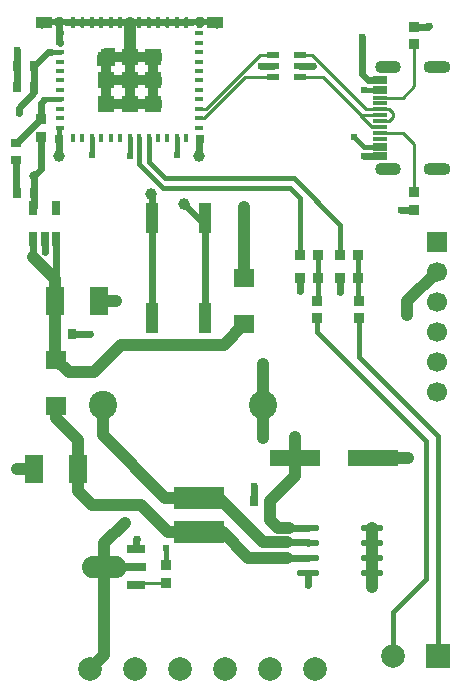
<source format=gtl>
G04 Layer: TopLayer*
G04 EasyEDA v6.5.50, 2025-07-26 23:48:56*
G04 e0526752ecbe4abb82186a7948a353df,5db155e37078497989a25cdeaf243bf5,10*
G04 Gerber Generator version 0.2*
G04 Scale: 100 percent, Rotated: No, Reflected: No *
G04 Dimensions in millimeters *
G04 leading zeros omitted , absolute positions ,4 integer and 5 decimal *
%FSLAX45Y45*%
%MOMM*%

%AMMACRO1*21,1,$1,$2,0,0,$3*%
%AMMACRO2*4,1,5,-0.725,0.125,-0.125,0.725,0.725,0.725,0.725,-0.725,-0.725,-0.725,-0.725,0.125,0*%
%AMMACRO3*4,1,8,0.605,0.3,-0.605,0.3,-0.605,0,-0.605,0,-0.605,-0.3,0.605,-0.3,0.605,0,0.605,0,0.605,0.3,0*%
%ADD10C,0.2540*%
%ADD11C,0.4000*%
%ADD12C,0.6000*%
%ADD13C,1.0000*%
%ADD14C,0.6200*%
%ADD15R,4.2000X1.4000*%
%ADD16R,0.8000X0.9000*%
%ADD17R,1.6800X1.5200*%
%ADD18R,1.0720X0.5320*%
%ADD19R,4.2000X1.9500*%
%ADD20MACRO1,0.672X1.575X90.0000*%
%ADD21MACRO1,0.864X0.8065X0.0000*%
%ADD22R,0.8640X0.8065*%
%ADD23R,0.8000X0.4000*%
%ADD24R,0.4000X0.8000*%
%ADD25R,0.7000X0.7000*%
%ADD26MACRO2*%
%ADD27R,1.4500X1.4500*%
%ADD28O,1.950212X0.5684012*%
%ADD29MACRO1,0.6223X1.1049X0.0000*%
%ADD30R,1.2100X0.3000*%
%ADD31MACRO3*%
%ADD32MACRO1,2.376X1.5063X-90.0000*%
%ADD33MACRO1,2.376X1.5063X90.0000*%
%ADD34MACRO1,0.864X0.8065X90.0000*%
%ADD35MACRO1,0.864X0.8065X-90.0000*%
%ADD36R,0.9000X0.8000*%
%ADD37R,1.1000X2.5000*%
%ADD38R,1.7000X1.7000*%
%ADD39C,1.7000*%
%ADD40O,2.1999956000000003X1.0999978000000001*%
%ADD41O,2.2999954X1.0999978000000001*%
%ADD42C,2.4000*%
%ADD43C,2.0000*%
%ADD44R,2.0000X2.0000*%
%ADD45C,0.6200*%
%ADD46C,0.8000*%
%ADD47C,0.0153*%

%LPD*%
G36*
X290169Y5869990D02*
G01*
X286258Y5870752D01*
X282956Y5872988D01*
X280771Y5876239D01*
X280009Y5880150D01*
X280009Y5959805D01*
X280771Y5963716D01*
X282956Y5967018D01*
X286258Y5969203D01*
X290169Y5969965D01*
X403910Y5969965D01*
X407822Y5969203D01*
X411124Y5967018D01*
X413308Y5963716D01*
X414070Y5959805D01*
X414070Y5948832D01*
X451154Y5948832D01*
X451154Y5959805D01*
X451916Y5963716D01*
X454101Y5967018D01*
X457403Y5969203D01*
X461314Y5969965D01*
X488696Y5969965D01*
X492556Y5969203D01*
X495858Y5967018D01*
X498093Y5963716D01*
X498856Y5959805D01*
X498856Y5948832D01*
X546049Y5948832D01*
X549605Y5948172D01*
X552754Y5946343D01*
X573633Y5946343D01*
X573633Y5959805D01*
X574446Y5963716D01*
X576630Y5967018D01*
X579932Y5969203D01*
X583793Y5969965D01*
X596188Y5969965D01*
X600100Y5969203D01*
X603351Y5967018D01*
X605586Y5963716D01*
X606348Y5959805D01*
X606348Y5946343D01*
X653643Y5946343D01*
X653643Y5959805D01*
X654405Y5963716D01*
X656640Y5967018D01*
X659942Y5969203D01*
X663803Y5969965D01*
X676198Y5969965D01*
X680059Y5969203D01*
X683361Y5967018D01*
X685596Y5963716D01*
X686358Y5959805D01*
X686358Y5946343D01*
X733653Y5946343D01*
X733653Y5959805D01*
X734415Y5963716D01*
X736600Y5967018D01*
X739902Y5969203D01*
X743813Y5969965D01*
X756208Y5969965D01*
X760069Y5969203D01*
X763371Y5967018D01*
X765556Y5963716D01*
X766368Y5959805D01*
X766368Y5946343D01*
X813663Y5946343D01*
X813663Y5959805D01*
X814425Y5963716D01*
X816610Y5967018D01*
X819912Y5969203D01*
X823823Y5969965D01*
X836168Y5969965D01*
X840079Y5969203D01*
X843381Y5967018D01*
X845566Y5963716D01*
X846328Y5959805D01*
X846328Y5946343D01*
X893673Y5946343D01*
X893673Y5959805D01*
X894435Y5963716D01*
X896619Y5967018D01*
X899921Y5969203D01*
X903833Y5969965D01*
X916178Y5969965D01*
X920089Y5969203D01*
X923391Y5967018D01*
X925576Y5963716D01*
X926337Y5959805D01*
X926337Y5946343D01*
X973632Y5946343D01*
X973632Y5959805D01*
X974445Y5963716D01*
X976630Y5967018D01*
X979932Y5969203D01*
X983792Y5969965D01*
X996187Y5969965D01*
X1000099Y5969203D01*
X1003350Y5967018D01*
X1005586Y5963716D01*
X1006348Y5959805D01*
X1006348Y5946343D01*
X1053642Y5946343D01*
X1053642Y5959805D01*
X1054404Y5963716D01*
X1056640Y5967018D01*
X1059942Y5969203D01*
X1063802Y5969965D01*
X1076198Y5969965D01*
X1080058Y5969203D01*
X1083360Y5967018D01*
X1085596Y5963716D01*
X1086358Y5959805D01*
X1086358Y5946343D01*
X1133652Y5946343D01*
X1133652Y5959805D01*
X1134414Y5963716D01*
X1136599Y5967018D01*
X1139901Y5969203D01*
X1143812Y5969965D01*
X1156208Y5969965D01*
X1160068Y5969203D01*
X1163370Y5967018D01*
X1165555Y5963716D01*
X1166368Y5959805D01*
X1166368Y5946343D01*
X1213662Y5946343D01*
X1213662Y5959805D01*
X1214424Y5963716D01*
X1216609Y5967018D01*
X1219911Y5969203D01*
X1223822Y5969965D01*
X1236167Y5969965D01*
X1240078Y5969203D01*
X1243380Y5967018D01*
X1245565Y5963716D01*
X1246327Y5959805D01*
X1246327Y5946343D01*
X1293672Y5946343D01*
X1293672Y5959805D01*
X1294434Y5963716D01*
X1296619Y5967018D01*
X1299921Y5969203D01*
X1303832Y5969965D01*
X1316177Y5969965D01*
X1320088Y5969203D01*
X1323390Y5967018D01*
X1325575Y5963716D01*
X1326337Y5959805D01*
X1326337Y5946343D01*
X1373632Y5946343D01*
X1373632Y5959805D01*
X1374444Y5963716D01*
X1376629Y5967018D01*
X1379931Y5969203D01*
X1383792Y5969965D01*
X1396187Y5969965D01*
X1400098Y5969203D01*
X1403350Y5967018D01*
X1405585Y5963716D01*
X1406347Y5959805D01*
X1406347Y5946343D01*
X1453642Y5946343D01*
X1453642Y5959805D01*
X1454404Y5963716D01*
X1456639Y5967018D01*
X1459941Y5969203D01*
X1463802Y5969965D01*
X1476197Y5969965D01*
X1480058Y5969203D01*
X1483360Y5967018D01*
X1485595Y5963716D01*
X1486357Y5959805D01*
X1486357Y5946343D01*
X1533652Y5946343D01*
X1533652Y5959805D01*
X1534414Y5963716D01*
X1536598Y5967018D01*
X1539900Y5969203D01*
X1543812Y5969965D01*
X1556207Y5969965D01*
X1560068Y5969203D01*
X1563370Y5967018D01*
X1565554Y5963716D01*
X1566367Y5959805D01*
X1566367Y5946343D01*
X1587246Y5946343D01*
X1590344Y5948172D01*
X1593951Y5948832D01*
X1641144Y5948832D01*
X1641144Y5959805D01*
X1641906Y5963716D01*
X1644142Y5967018D01*
X1647443Y5969203D01*
X1651304Y5969965D01*
X1678686Y5969965D01*
X1682597Y5969203D01*
X1685848Y5967018D01*
X1688084Y5963716D01*
X1688846Y5959805D01*
X1688846Y5948832D01*
X1725930Y5948832D01*
X1725930Y5959805D01*
X1726692Y5963716D01*
X1728876Y5967018D01*
X1732178Y5969203D01*
X1736089Y5969965D01*
X1849831Y5969965D01*
X1853742Y5969203D01*
X1857044Y5967018D01*
X1859229Y5963716D01*
X1859991Y5959805D01*
X1859991Y5880150D01*
X1859229Y5876239D01*
X1857044Y5872988D01*
X1853742Y5870752D01*
X1849831Y5869990D01*
X1734515Y5869990D01*
X1730756Y5870702D01*
X1727504Y5872784D01*
X1725269Y5875934D01*
X1724355Y5879693D01*
X1725218Y5884214D01*
X1725930Y5890564D01*
X1725930Y5901131D01*
X1688846Y5901131D01*
X1688846Y5886043D01*
X1688084Y5882182D01*
X1685848Y5878880D01*
X1682597Y5876645D01*
X1678686Y5875883D01*
X1651304Y5875883D01*
X1647443Y5876645D01*
X1644142Y5878880D01*
X1641906Y5882182D01*
X1641144Y5886043D01*
X1641144Y5901131D01*
X1615846Y5901131D01*
X1613814Y5897270D01*
X1610360Y5894578D01*
X1606042Y5893612D01*
X1566367Y5893612D01*
X1566367Y5880150D01*
X1565554Y5876239D01*
X1563370Y5872988D01*
X1560068Y5870752D01*
X1556207Y5869990D01*
X1543812Y5869990D01*
X1539900Y5870752D01*
X1536598Y5872988D01*
X1534414Y5876239D01*
X1533652Y5880150D01*
X1533652Y5893612D01*
X1486357Y5893612D01*
X1486357Y5880150D01*
X1485595Y5876239D01*
X1483360Y5872988D01*
X1480058Y5870752D01*
X1476197Y5869990D01*
X1463802Y5869990D01*
X1459941Y5870752D01*
X1456639Y5872988D01*
X1454404Y5876239D01*
X1453642Y5880150D01*
X1453642Y5893612D01*
X1406347Y5893612D01*
X1406347Y5880150D01*
X1405585Y5876239D01*
X1403350Y5872988D01*
X1400098Y5870752D01*
X1396187Y5869990D01*
X1383792Y5869990D01*
X1379931Y5870752D01*
X1376629Y5872988D01*
X1374444Y5876239D01*
X1373632Y5880150D01*
X1373632Y5893612D01*
X1326337Y5893612D01*
X1326337Y5880150D01*
X1325575Y5876239D01*
X1323390Y5872988D01*
X1320088Y5870752D01*
X1316177Y5869990D01*
X1303832Y5869990D01*
X1299921Y5870752D01*
X1296619Y5872988D01*
X1294434Y5876239D01*
X1293672Y5880150D01*
X1293672Y5893612D01*
X1246327Y5893612D01*
X1246327Y5880150D01*
X1245565Y5876239D01*
X1243380Y5872988D01*
X1240078Y5870752D01*
X1236167Y5869990D01*
X1223822Y5869990D01*
X1219911Y5870752D01*
X1216609Y5872988D01*
X1214424Y5876239D01*
X1213662Y5880150D01*
X1213662Y5893612D01*
X1166368Y5893612D01*
X1166368Y5880150D01*
X1165555Y5876239D01*
X1163370Y5872988D01*
X1160068Y5870752D01*
X1156208Y5869990D01*
X1143812Y5869990D01*
X1139901Y5870752D01*
X1136599Y5872988D01*
X1134414Y5876239D01*
X1133652Y5880150D01*
X1133652Y5893612D01*
X1086358Y5893612D01*
X1086358Y5880150D01*
X1085596Y5876239D01*
X1083360Y5872988D01*
X1080058Y5870752D01*
X1076198Y5869990D01*
X1063802Y5869990D01*
X1059942Y5870752D01*
X1056640Y5872988D01*
X1054404Y5876239D01*
X1053642Y5880150D01*
X1053642Y5893612D01*
X1006348Y5893612D01*
X1006348Y5880150D01*
X1005586Y5876239D01*
X1003350Y5872988D01*
X1000099Y5870752D01*
X996187Y5869990D01*
X983792Y5869990D01*
X979932Y5870752D01*
X976630Y5872988D01*
X974445Y5876239D01*
X973632Y5880150D01*
X973632Y5893612D01*
X926337Y5893612D01*
X926337Y5880150D01*
X925576Y5876239D01*
X923391Y5872988D01*
X920089Y5870752D01*
X916178Y5869990D01*
X903833Y5869990D01*
X899921Y5870752D01*
X896619Y5872988D01*
X894435Y5876239D01*
X893673Y5880150D01*
X893673Y5893612D01*
X846328Y5893612D01*
X846328Y5880150D01*
X845566Y5876239D01*
X843381Y5872988D01*
X840079Y5870752D01*
X836168Y5869990D01*
X823823Y5869990D01*
X819912Y5870752D01*
X816610Y5872988D01*
X814425Y5876239D01*
X813663Y5880150D01*
X813663Y5893612D01*
X766368Y5893612D01*
X766368Y5880150D01*
X765556Y5876239D01*
X763371Y5872988D01*
X760069Y5870752D01*
X756208Y5869990D01*
X743813Y5869990D01*
X739902Y5870752D01*
X736600Y5872988D01*
X734415Y5876239D01*
X733653Y5880150D01*
X733653Y5893612D01*
X686358Y5893612D01*
X686358Y5880150D01*
X685596Y5876239D01*
X683361Y5872988D01*
X680059Y5870752D01*
X676198Y5869990D01*
X663803Y5869990D01*
X659942Y5870752D01*
X656640Y5872988D01*
X654405Y5876239D01*
X653643Y5880150D01*
X653643Y5893612D01*
X606348Y5893612D01*
X606348Y5880150D01*
X605586Y5876239D01*
X603351Y5872988D01*
X600100Y5870752D01*
X596188Y5869990D01*
X583793Y5869990D01*
X579932Y5870752D01*
X576630Y5872988D01*
X574446Y5876239D01*
X573633Y5880150D01*
X573633Y5893612D01*
X533908Y5893612D01*
X529640Y5894578D01*
X526135Y5897270D01*
X524103Y5901131D01*
X498856Y5901131D01*
X498856Y5895848D01*
X502716Y5893816D01*
X505409Y5890361D01*
X506374Y5886043D01*
X506374Y5880150D01*
X505561Y5876239D01*
X503377Y5872988D01*
X500075Y5870752D01*
X496214Y5869990D01*
X461314Y5869990D01*
X457403Y5870752D01*
X454101Y5872988D01*
X451916Y5876239D01*
X451154Y5880150D01*
X451154Y5901131D01*
X414070Y5901131D01*
X414070Y5890564D01*
X415594Y5879693D01*
X414731Y5875934D01*
X412496Y5872784D01*
X409244Y5870702D01*
X405485Y5869990D01*
G37*

%LPD*%
G36*
X840028Y5160010D02*
G01*
X836168Y5160772D01*
X832866Y5162956D01*
X830630Y5166258D01*
X829868Y5170170D01*
X829868Y5189880D01*
X810158Y5189880D01*
X806246Y5190642D01*
X802995Y5192877D01*
X800760Y5196128D01*
X799998Y5200040D01*
X799998Y5264912D01*
X800760Y5268823D01*
X802995Y5272125D01*
X806246Y5274310D01*
X810158Y5275072D01*
X829868Y5275072D01*
X829868Y5387390D01*
X810158Y5387390D01*
X806246Y5388152D01*
X802995Y5390337D01*
X800760Y5393639D01*
X799998Y5397550D01*
X799998Y5462422D01*
X800760Y5466334D01*
X802995Y5469585D01*
X806246Y5471820D01*
X810158Y5472582D01*
X829868Y5472582D01*
X829868Y5584901D01*
X810158Y5584901D01*
X806246Y5585663D01*
X802995Y5587847D01*
X800760Y5591149D01*
X799998Y5595061D01*
X799998Y5659932D01*
X800760Y5663793D01*
X802995Y5667095D01*
X806246Y5669330D01*
X810158Y5670092D01*
X829868Y5670092D01*
X829868Y5689803D01*
X830681Y5693714D01*
X832866Y5697016D01*
X836168Y5699201D01*
X840028Y5699963D01*
X904900Y5699963D01*
X908812Y5699201D01*
X912114Y5697016D01*
X914298Y5693714D01*
X915060Y5689803D01*
X915060Y5670092D01*
X1027379Y5670092D01*
X1027379Y5689803D01*
X1028141Y5693714D01*
X1030376Y5697016D01*
X1033678Y5699201D01*
X1037539Y5699963D01*
X1102410Y5699963D01*
X1106322Y5699201D01*
X1109624Y5697016D01*
X1111808Y5693714D01*
X1112570Y5689803D01*
X1112570Y5670092D01*
X1224889Y5670092D01*
X1224889Y5689803D01*
X1225651Y5693714D01*
X1227886Y5697016D01*
X1231138Y5699201D01*
X1235049Y5699963D01*
X1299921Y5699963D01*
X1303832Y5699201D01*
X1307134Y5697016D01*
X1309319Y5693714D01*
X1310081Y5689803D01*
X1310081Y5670092D01*
X1329842Y5670092D01*
X1333703Y5669330D01*
X1337005Y5667095D01*
X1339240Y5663793D01*
X1340002Y5659932D01*
X1340002Y5595061D01*
X1339240Y5591149D01*
X1337005Y5587847D01*
X1333703Y5585663D01*
X1329842Y5584901D01*
X1310081Y5584901D01*
X1310081Y5472582D01*
X1329842Y5472582D01*
X1333703Y5471820D01*
X1337005Y5469585D01*
X1339240Y5466334D01*
X1340002Y5462422D01*
X1340002Y5397550D01*
X1339240Y5393639D01*
X1337005Y5390337D01*
X1333703Y5388152D01*
X1329842Y5387390D01*
X1310081Y5387390D01*
X1310081Y5275072D01*
X1329842Y5275072D01*
X1333703Y5274310D01*
X1337005Y5272125D01*
X1339240Y5268823D01*
X1340002Y5264912D01*
X1340002Y5200040D01*
X1339240Y5196128D01*
X1337005Y5192877D01*
X1333703Y5190642D01*
X1329842Y5189880D01*
X1310081Y5189880D01*
X1310081Y5170170D01*
X1309319Y5166258D01*
X1307134Y5162956D01*
X1303832Y5160772D01*
X1299921Y5160010D01*
X1235049Y5160010D01*
X1231138Y5160772D01*
X1227886Y5162956D01*
X1225651Y5166258D01*
X1224889Y5170170D01*
X1224889Y5189880D01*
X1112570Y5189880D01*
X1112570Y5170170D01*
X1111808Y5166258D01*
X1109624Y5162956D01*
X1106322Y5160772D01*
X1102410Y5160010D01*
X1037539Y5160010D01*
X1033678Y5160772D01*
X1030376Y5162956D01*
X1028141Y5166258D01*
X1027379Y5170170D01*
X1027379Y5189880D01*
X915060Y5189880D01*
X915060Y5170170D01*
X914298Y5166258D01*
X912114Y5162956D01*
X908812Y5160772D01*
X904900Y5160010D01*
G37*

%LPC*%
G36*
X915060Y5275072D02*
G01*
X1027379Y5275072D01*
X1027379Y5387390D01*
X915060Y5387390D01*
G37*
G36*
X1112570Y5275072D02*
G01*
X1224889Y5275072D01*
X1224889Y5387390D01*
X1112570Y5387390D01*
G37*
G36*
X1112570Y5472582D02*
G01*
X1224889Y5472582D01*
X1224889Y5584901D01*
X1112570Y5584901D01*
G37*
G36*
X915060Y5472582D02*
G01*
X1027379Y5472582D01*
X1027379Y5584901D01*
X915060Y5584901D01*
G37*

%LPD*%
D10*
X1125626Y1160018D02*
G01*
X1140259Y1174650D01*
X1380009Y1174650D01*
D11*
X1069997Y4789990D02*
G01*
X1069997Y4939997D01*
X1379997Y1469997D02*
G01*
X1379997Y1325333D01*
D12*
X2579484Y1386497D02*
G01*
X2575984Y1389997D01*
X2399995Y1389997D01*
X2579370Y1513586D02*
G01*
X2579370Y1519936D01*
X2400045Y1519936D01*
D13*
X737514Y449986D02*
G01*
X854384Y566856D01*
X854384Y1309971D01*
X854387Y1309971D02*
G01*
X854387Y1509064D01*
X1030005Y1684682D01*
X1030008Y1835330D02*
G01*
X1164661Y1835330D01*
X1397505Y1602486D01*
X1659991Y1602486D01*
X1659991Y1897484D02*
G01*
X1372511Y1897484D01*
X840003Y2429992D01*
X840003Y2680004D01*
X1029995Y1835330D02*
G01*
X754664Y1835330D01*
X636066Y1953928D01*
X636066Y2383929D01*
X450011Y2569984D01*
X450011Y2673502D01*
D12*
X255023Y4089991D02*
G01*
X249999Y4084967D01*
X249999Y3936052D01*
X350012Y4089907D02*
G01*
X350012Y3979926D01*
D11*
X480060Y5670042D02*
G01*
X400050Y5670042D01*
D13*
X450011Y3066491D02*
G01*
X433933Y3082571D01*
X433933Y3559987D01*
X433933Y3559987D02*
G01*
X433933Y3752118D01*
X249999Y3936050D01*
D12*
X445007Y4089907D02*
G01*
X443992Y3742181D01*
D13*
X1659889Y1602486D02*
G01*
X1857502Y1602486D01*
X2070100Y1389887D01*
X2400045Y1389887D01*
X2119995Y1599996D02*
G01*
X2199995Y1519996D01*
X2399995Y1519996D01*
X1659991Y1897481D02*
G01*
X1822508Y1897481D01*
X2119995Y1599994D01*
D11*
X3049981Y5349976D02*
G01*
X3192343Y5349976D01*
X3192350Y5349968D01*
X2659989Y3565321D02*
G01*
X2665326Y3570658D01*
X2665326Y3759987D01*
D13*
X3120504Y1640497D02*
G01*
X3120504Y1259497D01*
X3119881Y1139952D02*
G01*
X3120390Y1259586D01*
X3429993Y2229995D02*
G01*
X3126696Y2229985D01*
X119999Y2139995D02*
G01*
X263933Y2140003D01*
X2200026Y2680004D02*
G01*
X2200026Y3029960D01*
X2199995Y3029991D01*
X2199995Y2399995D02*
G01*
X2200026Y2400025D01*
X2200026Y2680004D01*
X949998Y3559992D02*
G01*
X806069Y3559997D01*
D11*
X480006Y5029989D02*
G01*
X475002Y5024986D01*
X475002Y4934993D01*
D12*
X2619994Y5549988D02*
G01*
X2514904Y5549988D01*
X2179995Y5549988D02*
G01*
X2285085Y5549988D01*
X2849994Y3639992D02*
G01*
X2854657Y3644656D01*
X2854657Y3759992D01*
X2514658Y3759992D02*
G01*
X2509994Y3755329D01*
X2509994Y3649992D01*
X3479993Y4334654D02*
G01*
X3475329Y4329991D01*
X3369993Y4329991D01*
X3192350Y4789975D02*
G01*
X3049993Y4789990D01*
D11*
X2969996Y4949977D02*
G01*
X3049988Y4869985D01*
X3192350Y4869985D01*
D12*
X3192018Y5430012D02*
G01*
X3089909Y5430012D01*
X3039872Y5480050D01*
X3039872Y5690107D01*
X3039872Y5690107D02*
G01*
X3039872Y5800089D01*
X3599992Y5889988D02*
G01*
X3595329Y5885324D01*
X3479993Y5885324D01*
X480006Y5749978D02*
G01*
X475002Y5754982D01*
X475002Y5924984D01*
X1129995Y1549984D02*
G01*
X1125636Y1545625D01*
X1125636Y1460009D01*
X2119995Y1999995D02*
G01*
X2119993Y1869996D01*
X579991Y3279988D02*
G01*
X729998Y3279993D01*
X1664990Y4934991D02*
G01*
X1659991Y4929992D01*
X1659991Y4789982D01*
D13*
X1069997Y5919980D02*
G01*
X1069997Y5627474D01*
D10*
X3192277Y5184899D02*
G01*
X3074926Y5184899D01*
X2614846Y5644984D01*
X2514904Y5644984D01*
X3192350Y5034958D02*
G01*
X3124045Y5034958D01*
X3024045Y5134957D01*
X3192272Y5085079D02*
G01*
X3264915Y5085079D01*
X3299968Y5119878D01*
X3299968Y5150104D01*
X3264915Y5184902D01*
X3192272Y5184902D01*
X1659889Y5189981D02*
G01*
X1720087Y5189981D01*
X2175002Y5644895D01*
X2284984Y5644895D01*
X3192272Y5284978D02*
G01*
X3385058Y5284978D01*
X3480054Y5379973D01*
X3480054Y5734557D01*
X3192350Y4984973D02*
G01*
X3385009Y4984973D01*
X3480003Y4889980D01*
X3480003Y4485335D01*
D12*
X255023Y4349986D02*
G01*
X259994Y4354956D01*
X259994Y4479975D01*
X110009Y4619978D02*
G01*
X110009Y4489980D01*
X120014Y4479975D01*
D11*
X750008Y4939997D02*
G01*
X749998Y4799990D01*
D12*
X475002Y4934991D02*
G01*
X470001Y4929990D01*
X470001Y4789982D01*
D11*
X3010001Y3414648D02*
G01*
X3010001Y3089986D01*
X3680495Y2419492D01*
X3680495Y559996D01*
X2659989Y3414648D02*
G01*
X2659989Y3300006D01*
X3579997Y2379997D01*
X3579997Y1209997D01*
X3299495Y929500D01*
X3299495Y559996D01*
D12*
X110009Y4899992D02*
G01*
X315340Y5105323D01*
X319989Y5105323D01*
X109999Y4759987D02*
G01*
X109999Y4619990D01*
X259999Y4619990D02*
G01*
X259986Y4479978D01*
X259996Y4619990D02*
G01*
X319989Y4679983D01*
X319989Y4954651D01*
X319989Y5105323D02*
G01*
X319989Y5239999D01*
X336115Y5256126D01*
D11*
X336118Y5269992D02*
G01*
X480009Y5269992D01*
D14*
X259996Y5369991D02*
G01*
X259996Y5549999D01*
X259994Y5550001D01*
X380034Y5670042D01*
X400050Y5670042D01*
X130047Y5149850D02*
G01*
X130047Y5199887D01*
X260095Y5329936D01*
X260095Y5370068D01*
D11*
X2514650Y3949979D02*
G01*
X2514650Y4435294D01*
X2430015Y4519929D01*
X1350007Y4519929D01*
X1150112Y4720084D01*
X1150112Y4940045D01*
X2665323Y3759987D02*
G01*
X2665326Y3759989D01*
X2665326Y3949979D01*
X3009900Y3565397D02*
G01*
X3005327Y3569970D01*
X3005327Y3664712D01*
X3005327Y3759962D01*
X3005327Y3759987D02*
G01*
X3005327Y3949974D01*
X3005322Y3949979D01*
D14*
X119999Y5689988D02*
G01*
X120007Y5549991D01*
D12*
X120014Y5550001D02*
G01*
X120014Y5369994D01*
X120017Y5369991D01*
D11*
X1469999Y4939995D02*
G01*
X1469999Y4819990D01*
D13*
X450087Y3066542D02*
G01*
X556511Y2960115D01*
X770130Y2960115D01*
X1000008Y3189993D01*
X1866501Y3189993D01*
X2040000Y3363493D01*
X2039995Y4359991D02*
G01*
X2039874Y4359910D01*
X2039874Y3756405D01*
D12*
X1255011Y4264992D02*
G01*
X1255011Y4464992D01*
X1250010Y4469993D01*
X1255003Y4264985D02*
G01*
X1255003Y3414999D01*
X1529994Y4380001D02*
G01*
X1704987Y4205008D01*
X1704990Y3414999D01*
D10*
X1659889Y5109971D02*
G01*
X1700021Y5109971D01*
X2044954Y5454904D01*
X2284984Y5454904D01*
X3192350Y5134960D02*
G01*
X3025018Y5134960D01*
X2704998Y5454980D01*
X2514904Y5454980D01*
D12*
X2579624Y1259586D02*
G01*
X2579877Y1160018D01*
D11*
X2854706Y3949954D02*
G01*
X2854706Y4205223D01*
X2459990Y4599939D01*
X2183129Y4599939D01*
X1370076Y4599939D01*
X1229868Y4739894D01*
X1229868Y4940045D01*
D13*
X2473281Y2229985D02*
G01*
X2469995Y2233272D01*
X2469995Y2409995D01*
X2259998Y1869996D02*
G01*
X2473281Y2083280D01*
X2473281Y2229985D01*
X3419983Y3439998D02*
G01*
X3419983Y3560965D01*
X3670002Y3810985D01*
D12*
X2579370Y1640586D02*
G01*
X2420111Y1640078D01*
D13*
X2259998Y1869996D02*
G01*
X2259995Y1709996D01*
X2329914Y1640078D01*
X2420111Y1640078D01*
D15*
G01*
X2473274Y2229993D03*
G01*
X3126714Y2229993D03*
D16*
G01*
X2119985Y1869998D03*
G01*
X2259990Y1869998D03*
G01*
X580009Y3280003D03*
G01*
X440004Y3280003D03*
G01*
X119989Y4480001D03*
G01*
X259994Y4480001D03*
G01*
X119989Y5369991D03*
G01*
X259994Y5369991D03*
G01*
X119989Y5550001D03*
G01*
X259969Y5550001D03*
D17*
G01*
X450011Y2673502D03*
G01*
X450011Y3066491D03*
D18*
G01*
X2514904Y5454980D03*
G01*
X2514904Y5549976D03*
G01*
X2514904Y5644972D03*
G01*
X2285085Y5644972D03*
G01*
X2285085Y5549976D03*
G01*
X2285085Y5454980D03*
D19*
G01*
X1659991Y1602486D03*
G01*
X1659991Y1897506D03*
D20*
G01*
X1125628Y1160010D03*
G01*
X1125628Y1460009D03*
G36*
X761677Y1404980D02*
G01*
X947097Y1404980D01*
X951550Y1404873D01*
X955992Y1404561D01*
X960417Y1404040D01*
X964811Y1403314D01*
X969167Y1402379D01*
X973472Y1401244D01*
X977722Y1399908D01*
X981903Y1398374D01*
X986007Y1396644D01*
X990028Y1394726D01*
X993952Y1392621D01*
X997775Y1390332D01*
X1001486Y1387868D01*
X1005078Y1385234D01*
X1008540Y1382435D01*
X1011869Y1379473D01*
X1015055Y1376362D01*
X1018092Y1373103D01*
X1020973Y1369707D01*
X1023691Y1366179D01*
X1026241Y1362527D01*
X1028616Y1358760D01*
X1030813Y1354884D01*
X1032827Y1350911D01*
X1034651Y1342981D01*
X1204384Y1342981D01*
X1204384Y1276982D01*
X1034651Y1276982D01*
X1032827Y1269047D01*
X1030813Y1265074D01*
X1028616Y1261198D01*
X1026241Y1257432D01*
X1023691Y1253779D01*
X1020973Y1250251D01*
X1018092Y1246855D01*
X1015055Y1243596D01*
X1011869Y1240485D01*
X1008540Y1237523D01*
X1005078Y1234724D01*
X1001486Y1232090D01*
X997775Y1229626D01*
X993952Y1227338D01*
X990028Y1225232D01*
X986007Y1223314D01*
X981903Y1221585D01*
X977722Y1220050D01*
X973472Y1218714D01*
X969167Y1217579D01*
X964811Y1216644D01*
X960417Y1215918D01*
X955992Y1215397D01*
X951550Y1215085D01*
X947097Y1214978D01*
X761677Y1214978D01*
X757224Y1215085D01*
X752782Y1215397D01*
X748357Y1215918D01*
X743963Y1216644D01*
X739607Y1217579D01*
X735302Y1218714D01*
X731052Y1220050D01*
X726871Y1221585D01*
X722767Y1223314D01*
X718746Y1225232D01*
X714822Y1227338D01*
X710999Y1229626D01*
X707288Y1232090D01*
X703696Y1234724D01*
X700234Y1237523D01*
X696904Y1240485D01*
X693719Y1243596D01*
X690681Y1246855D01*
X687801Y1250251D01*
X685083Y1253779D01*
X682533Y1257432D01*
X680158Y1261198D01*
X677961Y1265074D01*
X675947Y1269047D01*
X674123Y1273111D01*
X672490Y1277254D01*
X671055Y1281470D01*
X669818Y1285750D01*
X668784Y1290083D01*
X667953Y1294457D01*
X667329Y1298869D01*
X666912Y1303304D01*
X666704Y1307752D01*
X666704Y1312207D01*
X666912Y1316654D01*
X667329Y1321089D01*
X667953Y1325501D01*
X668784Y1329875D01*
X669818Y1334208D01*
X671055Y1338488D01*
X672490Y1342704D01*
X674123Y1346847D01*
X675947Y1350911D01*
X677961Y1354884D01*
X680158Y1358760D01*
X682533Y1362527D01*
X685083Y1366179D01*
X687801Y1369707D01*
X690681Y1373103D01*
X693719Y1376362D01*
X696904Y1379473D01*
X700234Y1382435D01*
X703696Y1385234D01*
X707288Y1387868D01*
X710999Y1390332D01*
X714822Y1392621D01*
X718746Y1394726D01*
X722767Y1396644D01*
X726871Y1398374D01*
X731052Y1399908D01*
X735302Y1401244D01*
X739607Y1402379D01*
X743963Y1403314D01*
X748357Y1404040D01*
X752782Y1404561D01*
X757224Y1404873D01*
X761677Y1404980D01*
G37*
D21*
G01*
X1379997Y1325322D03*
D22*
G01*
X1380007Y1174673D03*
D21*
G01*
X3479993Y4485316D03*
D22*
G01*
X3480003Y4334662D03*
D21*
G01*
X3479993Y5885313D03*
D22*
G01*
X3480003Y5734659D03*
D23*
G01*
X480009Y5829985D03*
G01*
X480009Y5749975D03*
G01*
X480009Y5669991D03*
G01*
X480009Y5589981D03*
G01*
X480009Y5509996D03*
G01*
X480009Y5429986D03*
G01*
X480009Y5349976D03*
G01*
X480009Y5269992D03*
G01*
X480009Y5189981D03*
G01*
X480009Y5109997D03*
G01*
X480009Y5029987D03*
D24*
G01*
X589991Y4939995D03*
G01*
X670001Y4939995D03*
G01*
X750011Y4939995D03*
G01*
X829995Y4939995D03*
G01*
X910005Y4939995D03*
G01*
X989990Y4939995D03*
G01*
X1070000Y4939995D03*
G01*
X1149985Y4939995D03*
G01*
X1229995Y4939995D03*
G01*
X1310004Y4939995D03*
G01*
X1389989Y4939995D03*
G01*
X1469999Y4939995D03*
G01*
X1550009Y4939995D03*
D23*
G01*
X1659991Y5029987D03*
G01*
X1659991Y5109997D03*
G01*
X1659991Y5189981D03*
G01*
X1659991Y5269992D03*
G01*
X1659991Y5349976D03*
G01*
X1659991Y5429986D03*
G01*
X1659991Y5509996D03*
G01*
X1659991Y5589981D03*
G01*
X1659991Y5669991D03*
G01*
X1659991Y5749975D03*
G01*
X1659991Y5829985D03*
D24*
G01*
X1550009Y5919978D03*
G01*
X1469999Y5919978D03*
G01*
X1389989Y5919978D03*
G01*
X1310004Y5919978D03*
G01*
X1229995Y5919978D03*
G01*
X1149985Y5919978D03*
G01*
X1070000Y5919978D03*
G01*
X989990Y5919978D03*
G01*
X910005Y5919978D03*
G01*
X829995Y5919978D03*
G01*
X750011Y5919978D03*
G01*
X670001Y5919978D03*
G01*
X589991Y5919978D03*
D25*
G01*
X1664995Y5924981D03*
G01*
X1664995Y4934991D03*
G01*
X475005Y4934991D03*
G01*
X475005Y5924981D03*
D26*
G01*
X872484Y5627484D03*
D27*
G01*
X1267485Y5232476D03*
G01*
X1069975Y5232476D03*
G01*
X872489Y5232476D03*
G01*
X872489Y5429986D03*
G01*
X1069975Y5627471D03*
G01*
X1267485Y5627471D03*
G01*
X1267485Y5429986D03*
G01*
X1069975Y5429986D03*
D28*
G01*
X2579497Y1640484D03*
G01*
X2579497Y1513484D03*
G01*
X2579497Y1386484D03*
G01*
X2579497Y1259484D03*
G01*
X3120516Y1640484D03*
G01*
X3120516Y1513484D03*
G01*
X3120516Y1386484D03*
G01*
X3120516Y1259484D03*
D29*
G01*
X444972Y4349993D03*
G01*
X255023Y4349993D03*
G01*
X255021Y4089989D03*
G01*
X349935Y4089989D03*
G01*
X444967Y4089991D03*
D30*
G01*
X3192373Y5284978D03*
G01*
X3192373Y5234939D03*
G01*
X3192373Y5184978D03*
G01*
X3192373Y5134965D03*
G01*
X3192373Y5084978D03*
G01*
X3192373Y5034965D03*
G01*
X3192373Y4984978D03*
G01*
X3192373Y4934965D03*
D31*
G01*
X3192360Y4789963D03*
G01*
X3192360Y4869973D03*
G01*
X3192362Y5349958D03*
G01*
X3192114Y5429985D03*
D32*
G01*
X433936Y3559992D03*
G01*
X806061Y3559992D03*
D33*
G01*
X636061Y2139995D03*
G01*
X263936Y2139995D03*
D21*
G01*
X2659994Y3565317D03*
D22*
G01*
X2659989Y3414674D03*
D34*
G01*
X2665319Y3759992D03*
G01*
X2514669Y3759992D03*
D21*
G01*
X3009993Y3565317D03*
D22*
G01*
X3010001Y3414674D03*
D34*
G01*
X3005319Y3759992D03*
G01*
X2854669Y3759992D03*
D35*
G01*
X2514669Y3949992D03*
G01*
X2665319Y3949992D03*
D34*
G01*
X3005319Y3949992D03*
G01*
X2854669Y3949992D03*
D36*
G01*
X110007Y4759985D03*
G01*
X110007Y4899990D03*
D17*
G01*
X2040000Y3756482D03*
G01*
X2040000Y3363493D03*
D21*
G01*
X319999Y5105314D03*
D22*
G01*
X319989Y4954676D03*
D37*
G01*
X1705000Y4264990D03*
G01*
X1705000Y3415004D03*
G01*
X1255013Y4264990D03*
G01*
X1255013Y3415004D03*
D38*
G01*
X3669995Y4064990D03*
D39*
G01*
X3669995Y3810990D03*
G01*
X3669995Y3556990D03*
G01*
X3669995Y3302990D03*
G01*
X3669995Y3048990D03*
G01*
X3669995Y2794990D03*
D40*
G01*
X3252850Y4677994D03*
G01*
X3252850Y5541975D03*
D41*
G01*
X3667861Y5542000D03*
G01*
X3667861Y4677994D03*
D42*
G01*
X2200020Y2680004D03*
G01*
X840003Y2680004D03*
D43*
G01*
X1499514Y449986D03*
G01*
X2642514Y449986D03*
G01*
X2261514Y449986D03*
G01*
X1880514Y449986D03*
G01*
X1118514Y449986D03*
G01*
X737514Y449986D03*
G01*
X3299485Y559993D03*
D44*
G01*
X3680485Y559993D03*
D45*
G01*
X1070000Y4789982D03*
G01*
X1380007Y1469999D03*
D13*
G01*
X2469997Y2410002D03*
G01*
X3419983Y3439998D03*
G01*
X2040000Y4359986D03*
D45*
G01*
X2180005Y5549976D03*
G01*
X3049981Y5349976D03*
G01*
X2969996Y4949977D03*
D13*
G01*
X2199995Y3029991D03*
G01*
X2199995Y2399995D03*
D45*
G01*
X350012Y3980002D03*
D13*
G01*
X3119983Y1140002D03*
G01*
X3429990Y2229993D03*
G01*
X119989Y2140000D03*
G01*
X950010Y3559987D03*
G01*
X470001Y4789982D03*
G01*
X1659991Y4789982D03*
G01*
X329996Y5919978D03*
G01*
X1810004Y5919978D03*
D45*
G01*
X2619984Y5549976D03*
G01*
X2850006Y3639997D03*
G01*
X2510002Y3649979D03*
G01*
X3369995Y4329988D03*
G01*
X3049981Y4789982D03*
G01*
X3039999Y5799988D03*
G01*
X3599992Y5889980D03*
G01*
X119989Y5689980D03*
G01*
X110007Y4619980D03*
G01*
X1129995Y1549984D03*
G01*
X2119985Y1999995D03*
G01*
X729995Y3280003D03*
G01*
X750011Y4799990D03*
D46*
G01*
X259994Y4619980D03*
D45*
G01*
X129997Y5149977D03*
G01*
X1469999Y4799990D03*
D13*
G01*
X1250010Y4469993D03*
G01*
X1529994Y4380001D03*
D45*
G01*
X2580004Y1159992D03*
M02*

</source>
